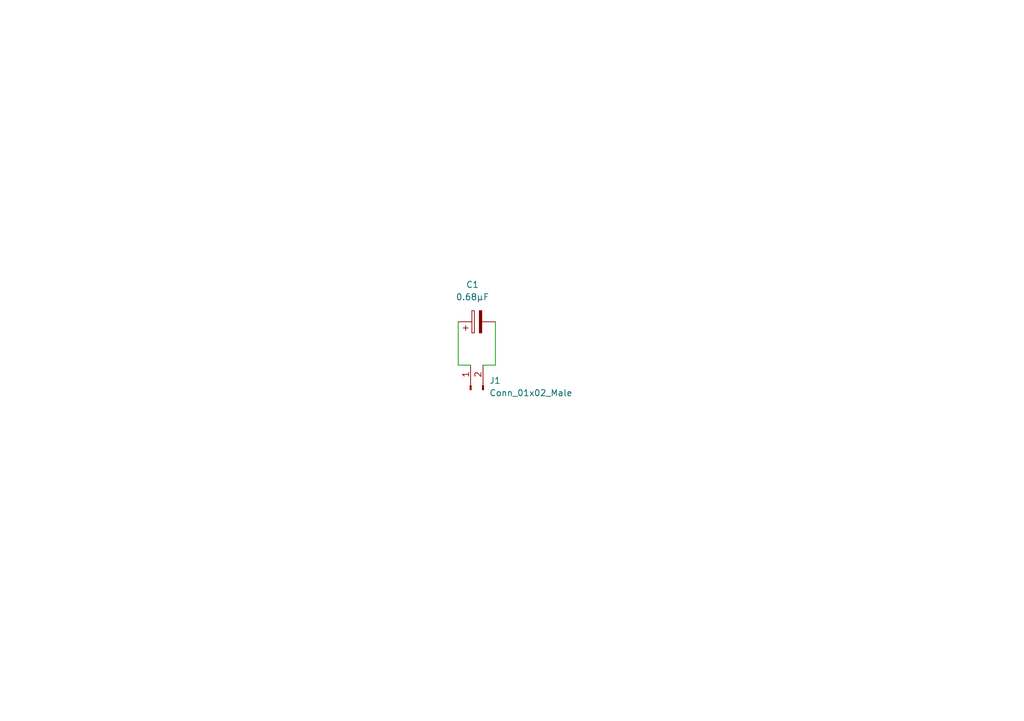
<source format=kicad_sch>
(kicad_sch (version 20211123) (generator eeschema)
  (paper "A5")
  (lib_symbols
    (symbol "Connector:Conn_01x02_Male" (pin_names (offset 1.016) hide)
      (property "Reference" "J" (at 0 2.54 0))
      (property "Value" "Conn_01x02_Male" (at 0 -5.08 0))
      (symbol "Conn_01x02_Male_1_1"
        (polyline (pts (xy 1.27 -2.54) (xy 0.8636 -2.54)) (stroke (width 0.1524)))
        (polyline (pts (xy 1.27 0) (xy 0.8636 0)) (stroke (width 0.1524)))
        (rectangle (start 0.8636 -2.413) (end 0 -2.667) (stroke (width 0.1524)) (fill (type outline)))
        (rectangle (start 0.8636 0.127) (end 0 -0.127) (stroke (width 0.1524)) (fill (type outline)))
        (pin passive line (at 5.08 0 180) (length 3.81) (name "Pin_1") (number "1"))
        (pin passive line (at 5.08 -2.54 180) (length 3.81) (name "Pin_2") (number "2"))
      )
    )
    (symbol "Device:C_Polarized" (pin_numbers hide) (pin_names (offset 0.254))
      (property "Reference" "C" (at 0.635 2.54 0))
      (property "Value" "C_Polarized" (at 0.635 -2.54 0))
      (symbol "C_Polarized_0_1"
        (rectangle (start -2.286 0.508) (end 2.286 1.016))
        (polyline (pts (xy -1.778 2.286) (xy -0.762 2.286)))
        (polyline (pts (xy -1.27 2.794) (xy -1.27 1.778)))
        (rectangle (start 2.286 -0.508) (end -2.286 -1.016) (fill (type outline)))
      )
      (symbol "C_Polarized_1_1"
        (pin passive line (at 0 3.81 270) (length 2.794) (name "~") (number "1"))
        (pin passive line (at 0 -3.81 90) (length 2.794) (name "~") (number "2"))
      )
    )
  )
  (wire (pts (xy 96.52 74.93) (xy 93.98 74.93)))
  (wire (pts (xy 99.06 74.93) (xy 101.6 74.93)))
  (wire (pts (xy 101.6 74.93) (xy 101.6 66.04)))
  (wire (pts (xy 93.98 74.93) (xy 93.98 66.04)))
  (symbol (lib_id "Connector:Conn_01x02_Male") (at 96.52 80.01 90) (unit 1)
    (property "Reference" "J1" (at 100.33 78.1049 90) (effects (justify right)))
    (property "Value" "Conn_01x02_Male" (at 100.33 80.6449 90) (effects (justify right)))
  )
  (symbol (lib_id "Device:C_Polarized") (at 97.79 66.04 90) (unit 1)
    (property "Reference" "C1" (at 96.901 58.42 90))
    (property "Value" "0.68μF" (at 96.901 60.96 90))
  )
)
</source>
